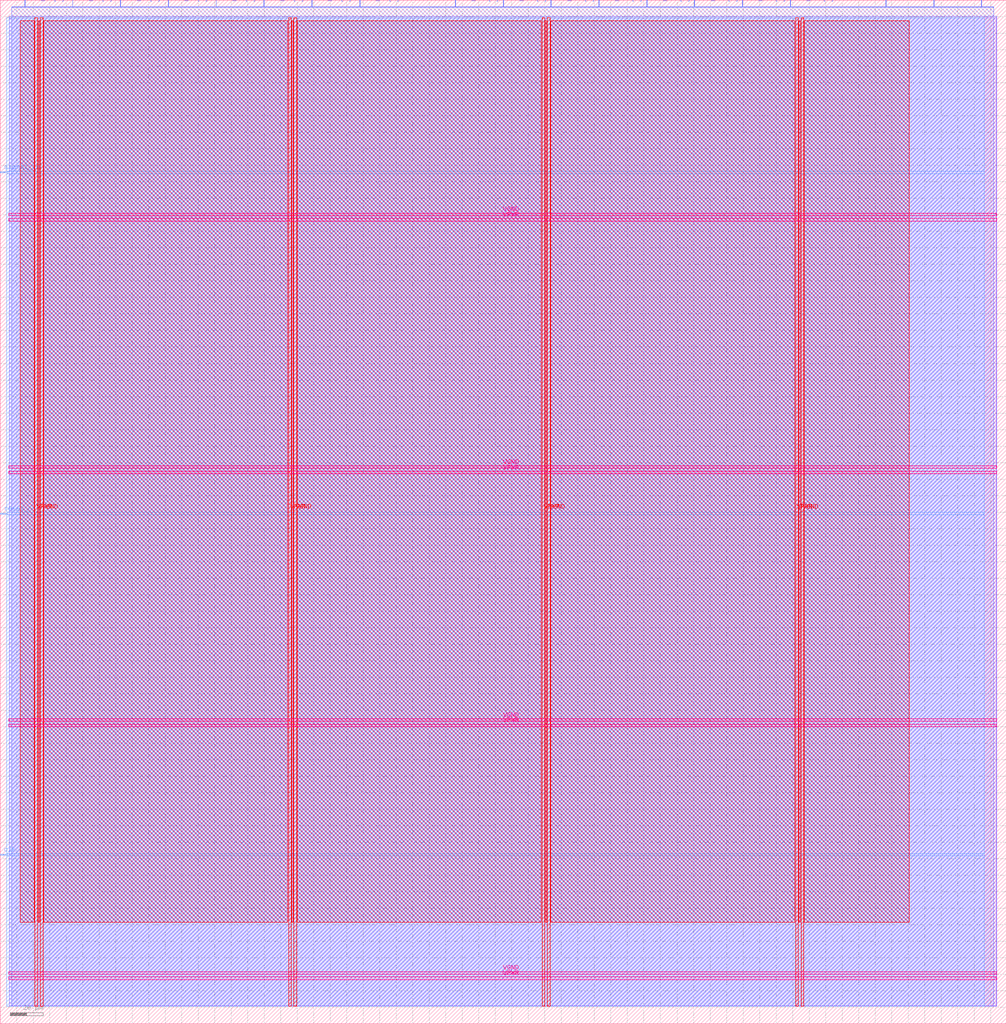
<source format=lef>
VERSION 5.7 ;
  NOWIREEXTENSIONATPIN ON ;
  DIVIDERCHAR "/" ;
  BUSBITCHARS "[]" ;
MACRO PulseDurationMeasurement
  CLASS BLOCK ;
  FOREIGN PulseDurationMeasurement ;
  ORIGIN 0.000 0.000 ;
  SIZE 609.470 BY 620.190 ;
  PIN EN
    DIRECTION INPUT ;
    USE SIGNAL ;
    ANTENNAGATEAREA 0.213000 ;
    PORT
      LAYER met2 ;
        RECT 594.410 616.190 594.690 620.190 ;
    END
  END EN
  PIN RS
    DIRECTION INPUT ;
    USE SIGNAL ;
    ANTENNAGATEAREA 0.247500 ;
    PORT
      LAYER met2 ;
        RECT 536.450 616.190 536.730 620.190 ;
    END
  END RS
  PIN RW
    DIRECTION INPUT ;
    USE SIGNAL ;
    ANTENNAGATEAREA 0.213000 ;
    PORT
      LAYER met2 ;
        RECT 565.430 616.190 565.710 620.190 ;
    END
  END RW
  PIN VGND
    DIRECTION INOUT ;
    USE GROUND ;
    PORT
      LAYER met4 ;
        RECT 24.340 10.640 25.940 609.520 ;
    END
    PORT
      LAYER met4 ;
        RECT 177.940 10.640 179.540 609.520 ;
    END
    PORT
      LAYER met4 ;
        RECT 331.540 10.640 333.140 609.520 ;
    END
    PORT
      LAYER met4 ;
        RECT 485.140 10.640 486.740 609.520 ;
    END
    PORT
      LAYER met5 ;
        RECT 5.280 30.030 603.760 31.630 ;
    END
    PORT
      LAYER met5 ;
        RECT 5.280 183.210 603.760 184.810 ;
    END
    PORT
      LAYER met5 ;
        RECT 5.280 336.390 603.760 337.990 ;
    END
    PORT
      LAYER met5 ;
        RECT 5.280 489.570 603.760 491.170 ;
    END
  END VGND
  PIN VPWR
    DIRECTION INOUT ;
    USE POWER ;
    PORT
      LAYER met4 ;
        RECT 21.040 10.640 22.640 609.520 ;
    END
    PORT
      LAYER met4 ;
        RECT 174.640 10.640 176.240 609.520 ;
    END
    PORT
      LAYER met4 ;
        RECT 328.240 10.640 329.840 609.520 ;
    END
    PORT
      LAYER met4 ;
        RECT 481.840 10.640 483.440 609.520 ;
    END
    PORT
      LAYER met5 ;
        RECT 5.280 26.730 603.760 28.330 ;
    END
    PORT
      LAYER met5 ;
        RECT 5.280 179.910 603.760 181.510 ;
    END
    PORT
      LAYER met5 ;
        RECT 5.280 333.090 603.760 334.690 ;
    END
    PORT
      LAYER met5 ;
        RECT 5.280 486.270 603.760 487.870 ;
    END
  END VPWR
  PIN clk
    DIRECTION INPUT ;
    USE SIGNAL ;
    ANTENNAGATEAREA 0.852000 ;
    ANTENNADIFFAREA 0.434700 ;
    PORT
      LAYER met3 ;
        RECT 0.000 102.040 4.000 102.640 ;
    END
  END clk
  PIN data_in[0]
    DIRECTION INPUT ;
    USE SIGNAL ;
    ANTENNAGATEAREA 0.247500 ;
    PORT
      LAYER met2 ;
        RECT 14.810 616.190 15.090 620.190 ;
    END
  END data_in[0]
  PIN data_in[1]
    DIRECTION INPUT ;
    USE SIGNAL ;
    ANTENNAGATEAREA 0.247500 ;
    PORT
      LAYER met2 ;
        RECT 43.790 616.190 44.070 620.190 ;
    END
  END data_in[1]
  PIN data_in[2]
    DIRECTION INPUT ;
    USE SIGNAL ;
    ANTENNAGATEAREA 0.247500 ;
    PORT
      LAYER met2 ;
        RECT 72.770 616.190 73.050 620.190 ;
    END
  END data_in[2]
  PIN data_in[3]
    DIRECTION INPUT ;
    USE SIGNAL ;
    ANTENNAGATEAREA 0.247500 ;
    PORT
      LAYER met2 ;
        RECT 101.750 616.190 102.030 620.190 ;
    END
  END data_in[3]
  PIN data_in[4]
    DIRECTION INPUT ;
    USE SIGNAL ;
    ANTENNAGATEAREA 0.213000 ;
    PORT
      LAYER met2 ;
        RECT 130.730 616.190 131.010 620.190 ;
    END
  END data_in[4]
  PIN data_in[5]
    DIRECTION INPUT ;
    USE SIGNAL ;
    ANTENNAGATEAREA 0.247500 ;
    PORT
      LAYER met2 ;
        RECT 159.710 616.190 159.990 620.190 ;
    END
  END data_in[5]
  PIN data_in[6]
    DIRECTION INPUT ;
    USE SIGNAL ;
    ANTENNAGATEAREA 0.213000 ;
    PORT
      LAYER met2 ;
        RECT 188.690 616.190 188.970 620.190 ;
    END
  END data_in[6]
  PIN data_in[7]
    DIRECTION INPUT ;
    USE SIGNAL ;
    ANTENNAGATEAREA 0.213000 ;
    PORT
      LAYER met2 ;
        RECT 217.670 616.190 217.950 620.190 ;
    END
  END data_in[7]
  PIN data_out[0]
    DIRECTION OUTPUT TRISTATE ;
    USE SIGNAL ;
    ANTENNADIFFAREA 0.795200 ;
    PORT
      LAYER met2 ;
        RECT 275.630 616.190 275.910 620.190 ;
    END
  END data_out[0]
  PIN data_out[1]
    DIRECTION OUTPUT TRISTATE ;
    USE SIGNAL ;
    ANTENNADIFFAREA 0.445500 ;
    PORT
      LAYER met2 ;
        RECT 304.610 616.190 304.890 620.190 ;
    END
  END data_out[1]
  PIN data_out[2]
    DIRECTION OUTPUT TRISTATE ;
    USE SIGNAL ;
    ANTENNADIFFAREA 0.445500 ;
    PORT
      LAYER met2 ;
        RECT 333.590 616.190 333.870 620.190 ;
    END
  END data_out[2]
  PIN data_out[3]
    DIRECTION OUTPUT TRISTATE ;
    USE SIGNAL ;
    ANTENNADIFFAREA 0.795200 ;
    PORT
      LAYER met2 ;
        RECT 362.570 616.190 362.850 620.190 ;
    END
  END data_out[3]
  PIN data_out[4]
    DIRECTION OUTPUT TRISTATE ;
    USE SIGNAL ;
    ANTENNADIFFAREA 0.795200 ;
    PORT
      LAYER met2 ;
        RECT 391.550 616.190 391.830 620.190 ;
    END
  END data_out[4]
  PIN data_out[5]
    DIRECTION OUTPUT TRISTATE ;
    USE SIGNAL ;
    ANTENNADIFFAREA 0.795200 ;
    PORT
      LAYER met2 ;
        RECT 420.530 616.190 420.810 620.190 ;
    END
  END data_out[5]
  PIN data_out[6]
    DIRECTION OUTPUT TRISTATE ;
    USE SIGNAL ;
    ANTENNADIFFAREA 0.795200 ;
    PORT
      LAYER met2 ;
        RECT 449.510 616.190 449.790 620.190 ;
    END
  END data_out[6]
  PIN data_out[7]
    DIRECTION OUTPUT TRISTATE ;
    USE SIGNAL ;
    ANTENNADIFFAREA 0.795200 ;
    PORT
      LAYER met2 ;
        RECT 478.490 616.190 478.770 620.190 ;
    END
  END data_out[7]
  PIN reset_n
    DIRECTION INPUT ;
    USE SIGNAL ;
    ANTENNAGATEAREA 0.990000 ;
    PORT
      LAYER met3 ;
        RECT 0.000 308.760 4.000 309.360 ;
    END
  END reset_n
  PIN signal_in
    DIRECTION INPUT ;
    USE SIGNAL ;
    ANTENNAGATEAREA 0.213000 ;
    PORT
      LAYER met3 ;
        RECT 0.000 515.480 4.000 516.080 ;
    END
  END signal_in
  OBS
      LAYER li1 ;
        RECT 5.520 10.795 603.520 609.365 ;
      LAYER met1 ;
        RECT 5.520 10.640 603.820 610.260 ;
      LAYER met2 ;
        RECT 6.990 615.910 14.530 616.190 ;
        RECT 15.370 615.910 43.510 616.190 ;
        RECT 44.350 615.910 72.490 616.190 ;
        RECT 73.330 615.910 101.470 616.190 ;
        RECT 102.310 615.910 130.450 616.190 ;
        RECT 131.290 615.910 159.430 616.190 ;
        RECT 160.270 615.910 188.410 616.190 ;
        RECT 189.250 615.910 217.390 616.190 ;
        RECT 218.230 615.910 275.350 616.190 ;
        RECT 276.190 615.910 304.330 616.190 ;
        RECT 305.170 615.910 333.310 616.190 ;
        RECT 334.150 615.910 362.290 616.190 ;
        RECT 363.130 615.910 391.270 616.190 ;
        RECT 392.110 615.910 420.250 616.190 ;
        RECT 421.090 615.910 449.230 616.190 ;
        RECT 450.070 615.910 478.210 616.190 ;
        RECT 479.050 615.910 536.170 616.190 ;
        RECT 537.010 615.910 565.150 616.190 ;
        RECT 565.990 615.910 594.130 616.190 ;
        RECT 594.970 615.910 602.040 616.190 ;
        RECT 6.990 10.695 602.040 615.910 ;
      LAYER met3 ;
        RECT 3.990 516.480 596.095 609.445 ;
        RECT 4.400 515.080 596.095 516.480 ;
        RECT 3.990 309.760 596.095 515.080 ;
        RECT 4.400 308.360 596.095 309.760 ;
        RECT 3.990 103.040 596.095 308.360 ;
        RECT 4.400 101.640 596.095 103.040 ;
        RECT 3.990 10.715 596.095 101.640 ;
      LAYER met4 ;
        RECT 12.255 61.375 20.640 607.745 ;
        RECT 23.040 61.375 23.940 607.745 ;
        RECT 26.340 61.375 174.240 607.745 ;
        RECT 176.640 61.375 177.540 607.745 ;
        RECT 179.940 61.375 327.840 607.745 ;
        RECT 330.240 61.375 331.140 607.745 ;
        RECT 333.540 61.375 481.440 607.745 ;
        RECT 483.840 61.375 484.740 607.745 ;
        RECT 487.140 61.375 550.785 607.745 ;
  END
END PulseDurationMeasurement
END LIBRARY


</source>
